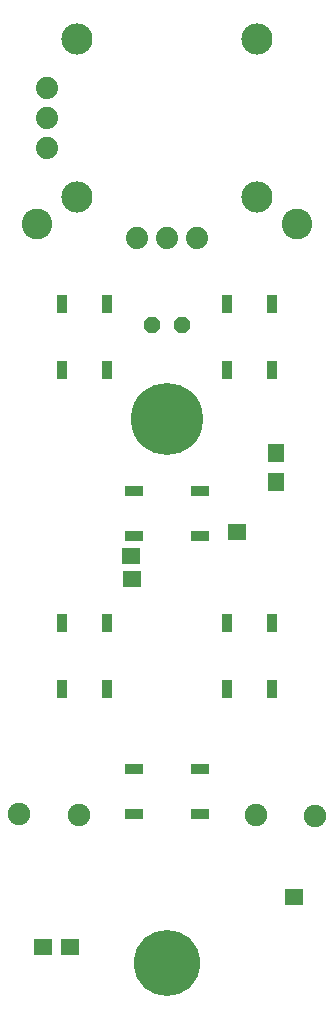
<source format=gts>
G75*
%MOIN*%
%OFA0B0*%
%FSLAX25Y25*%
%IPPOS*%
%LPD*%
%AMOC8*
5,1,8,0,0,1.08239X$1,22.5*
%
%ADD10C,0.07487*%
%ADD11C,0.24022*%
%ADD12C,0.10243*%
%ADD13C,0.22054*%
%ADD14R,0.06400X0.05400*%
%ADD15R,0.03400X0.06400*%
%ADD16R,0.06400X0.03400*%
%ADD17OC8,0.05600*%
%ADD18R,0.05400X0.06400*%
%ADD19C,0.10400*%
%ADD20C,0.07400*%
D10*
X0010624Y0061321D03*
X0030417Y0061139D03*
X0089472Y0061139D03*
X0109264Y0060958D03*
D11*
X0059944Y0193029D03*
D12*
X0016637Y0257990D03*
X0103251Y0257990D03*
D13*
X0059944Y0011927D03*
D14*
X0018633Y0017036D03*
X0027574Y0017151D03*
X0102370Y0033918D03*
X0048368Y0139943D03*
X0048039Y0147561D03*
X0083233Y0155385D03*
D15*
X0080003Y0125289D03*
X0095003Y0125289D03*
X0095003Y0103289D03*
X0080003Y0103289D03*
X0039885Y0103289D03*
X0024885Y0103289D03*
X0024885Y0125289D03*
X0039885Y0125289D03*
X0039885Y0209588D03*
X0024885Y0209588D03*
X0024885Y0231588D03*
X0039885Y0231588D03*
X0080003Y0231588D03*
X0095003Y0231588D03*
X0095003Y0209588D03*
X0080003Y0209588D03*
D16*
X0070944Y0169033D03*
X0070944Y0154033D03*
X0048944Y0154033D03*
X0048944Y0169033D03*
X0048944Y0076513D03*
X0048944Y0061513D03*
X0070944Y0061513D03*
X0070944Y0076513D03*
D17*
X0064944Y0224525D03*
X0054944Y0224525D03*
D18*
X0096120Y0181640D03*
X0096192Y0172048D03*
D19*
X0089944Y0267173D03*
X0089944Y0319673D03*
X0029944Y0319673D03*
X0029944Y0267173D03*
D20*
X0019944Y0283423D03*
X0019944Y0293423D03*
X0019944Y0303423D03*
X0049944Y0253423D03*
X0059944Y0253423D03*
X0069944Y0253423D03*
M02*

</source>
